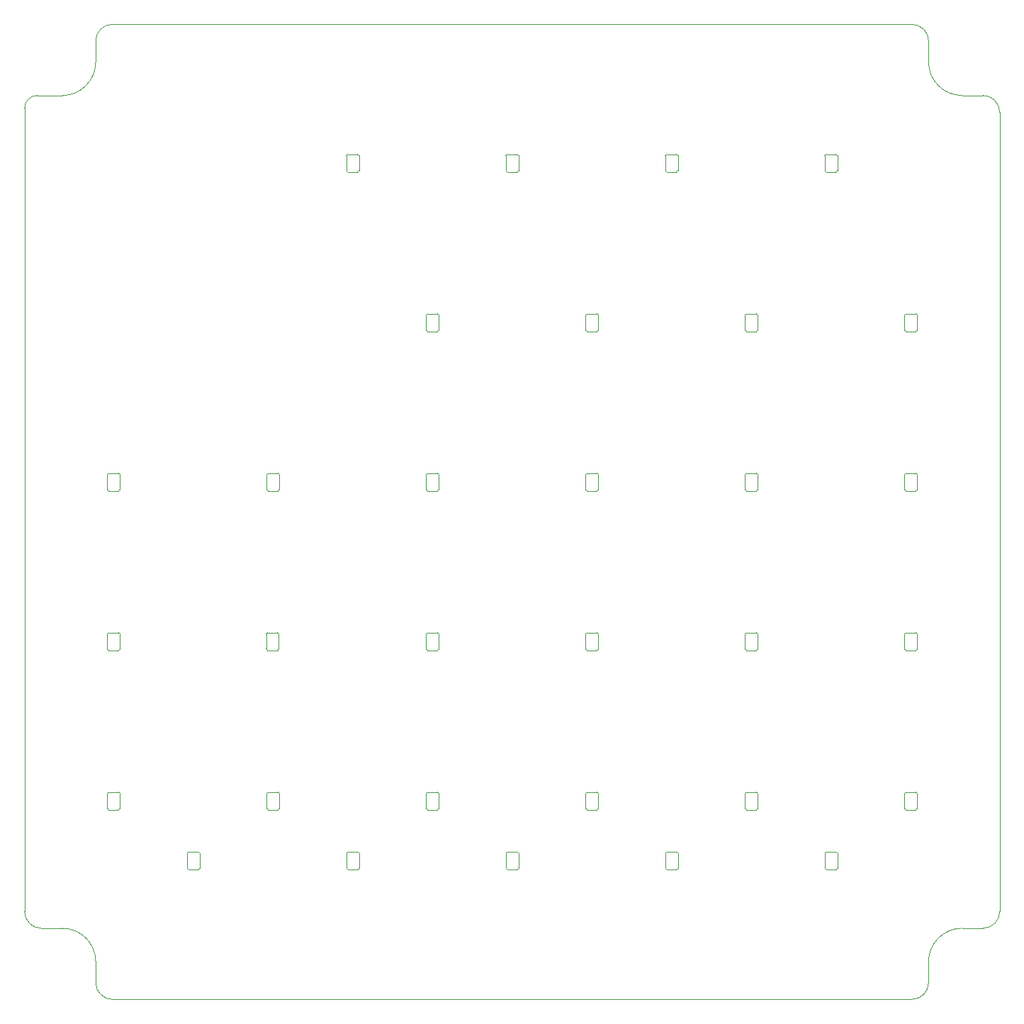
<source format=gbr>
%TF.GenerationSoftware,KiCad,Pcbnew,(5.1.9)-1*%
%TF.CreationDate,2021-05-21T21:09:54+09:00*%
%TF.ProjectId,yuiop31rs,7975696f-7033-4317-9273-2e6b69636164,1*%
%TF.SameCoordinates,Original*%
%TF.FileFunction,Profile,NP*%
%FSLAX46Y46*%
G04 Gerber Fmt 4.6, Leading zero omitted, Abs format (unit mm)*
G04 Created by KiCad (PCBNEW (5.1.9)-1) date 2021-05-21 21:09:54*
%MOMM*%
%LPD*%
G01*
G04 APERTURE LIST*
%TA.AperFunction,Profile*%
%ADD10C,0.050000*%
%TD*%
%TA.AperFunction,Profile*%
%ADD11C,0.120000*%
%TD*%
G04 APERTURE END LIST*
D10*
X197750000Y-41750000D02*
G75*
G02*
X199750000Y-43750000I0J-2000000D01*
G01*
X206250000Y-50250000D02*
G75*
G02*
X208250000Y-52250000I0J-2000000D01*
G01*
X208250000Y-147750000D02*
G75*
G02*
X206250000Y-149750000I-2000000J0D01*
G01*
X199750000Y-156250000D02*
G75*
G02*
X197750000Y-158250000I-2000000J0D01*
G01*
X102250000Y-158250000D02*
G75*
G02*
X100250000Y-156250000I0J2000000D01*
G01*
X93750000Y-149750000D02*
G75*
G02*
X91750000Y-147750000I0J2000000D01*
G01*
X91750000Y-51750000D02*
G75*
G02*
X93250000Y-50250000I1500000J0D01*
G01*
X100250000Y-43750000D02*
G75*
G02*
X102250000Y-41750000I2000000J0D01*
G01*
X96250000Y-149750000D02*
G75*
G02*
X100250000Y-153750000I0J-4000000D01*
G01*
X100250000Y-46250000D02*
G75*
G02*
X96250000Y-50250000I-4000000J0D01*
G01*
X203750000Y-50250000D02*
G75*
G02*
X199750000Y-46250000I0J4000000D01*
G01*
X199750000Y-153750000D02*
G75*
G02*
X203750000Y-149750000I4000000J0D01*
G01*
X199750000Y-46250000D02*
X199750000Y-43750000D01*
X206250000Y-50250000D02*
X203750000Y-50250000D01*
X199750000Y-153750000D02*
X199750000Y-156250000D01*
X206250000Y-149750000D02*
X203750000Y-149750000D01*
X100250000Y-153750000D02*
X100250000Y-156250000D01*
X93750000Y-149750000D02*
X96250000Y-149750000D01*
X96250000Y-50250000D02*
X93250000Y-50250000D01*
X100250000Y-43750000D02*
X100250000Y-46250000D01*
X91750000Y-147750000D02*
X91750000Y-51750000D01*
X197750000Y-158250000D02*
X102250000Y-158250000D01*
X208250000Y-52250000D02*
X208250000Y-147750000D01*
X102250000Y-41750000D02*
X197750000Y-41750000D01*
D11*
%TO.C,LED9*%
X102975000Y-97478100D02*
X101775000Y-97478100D01*
X101625000Y-97328100D02*
X101625000Y-95528100D01*
X101775000Y-95378100D02*
X102975000Y-95378100D01*
X103125000Y-95528100D02*
X103125000Y-97328100D01*
X101775000Y-97478100D02*
G75*
G02*
X101625000Y-97328100I0J150000D01*
G01*
X101625000Y-95528100D02*
G75*
G02*
X101775000Y-95378100I150000J0D01*
G01*
X102975000Y-95378100D02*
G75*
G02*
X103125000Y-95528100I0J-150000D01*
G01*
X103125000Y-97328100D02*
G75*
G02*
X102975000Y-97478100I-150000J0D01*
G01*
%TO.C,LED31*%
X111300000Y-140622000D02*
X112500000Y-140622000D01*
X112650000Y-140772000D02*
X112650000Y-142572000D01*
X112500000Y-142722000D02*
X111300000Y-142722000D01*
X111150000Y-142572000D02*
X111150000Y-140772000D01*
X112500000Y-140622000D02*
G75*
G02*
X112650000Y-140772000I0J-150000D01*
G01*
X112650000Y-142572000D02*
G75*
G02*
X112500000Y-142722000I-150000J0D01*
G01*
X111300000Y-142722000D02*
G75*
G02*
X111150000Y-142572000I0J150000D01*
G01*
X111150000Y-140772000D02*
G75*
G02*
X111300000Y-140622000I150000J0D01*
G01*
%TO.C,LED30*%
X130350000Y-140622000D02*
X131550000Y-140622000D01*
X131700000Y-140772000D02*
X131700000Y-142572000D01*
X131550000Y-142722000D02*
X130350000Y-142722000D01*
X130200000Y-142572000D02*
X130200000Y-140772000D01*
X131550000Y-140622000D02*
G75*
G02*
X131700000Y-140772000I0J-150000D01*
G01*
X131700000Y-142572000D02*
G75*
G02*
X131550000Y-142722000I-150000J0D01*
G01*
X130350000Y-142722000D02*
G75*
G02*
X130200000Y-142572000I0J150000D01*
G01*
X130200000Y-140772000D02*
G75*
G02*
X130350000Y-140622000I150000J0D01*
G01*
%TO.C,LED29*%
X149400000Y-140622000D02*
X150600000Y-140622000D01*
X150750000Y-140772000D02*
X150750000Y-142572000D01*
X150600000Y-142722000D02*
X149400000Y-142722000D01*
X149250000Y-142572000D02*
X149250000Y-140772000D01*
X150600000Y-140622000D02*
G75*
G02*
X150750000Y-140772000I0J-150000D01*
G01*
X150750000Y-142572000D02*
G75*
G02*
X150600000Y-142722000I-150000J0D01*
G01*
X149400000Y-142722000D02*
G75*
G02*
X149250000Y-142572000I0J150000D01*
G01*
X149250000Y-140772000D02*
G75*
G02*
X149400000Y-140622000I150000J0D01*
G01*
%TO.C,LED28*%
X168450000Y-140622000D02*
X169650000Y-140622000D01*
X169800000Y-140772000D02*
X169800000Y-142572000D01*
X169650000Y-142722000D02*
X168450000Y-142722000D01*
X168300000Y-142572000D02*
X168300000Y-140772000D01*
X169650000Y-140622000D02*
G75*
G02*
X169800000Y-140772000I0J-150000D01*
G01*
X169800000Y-142572000D02*
G75*
G02*
X169650000Y-142722000I-150000J0D01*
G01*
X168450000Y-142722000D02*
G75*
G02*
X168300000Y-142572000I0J150000D01*
G01*
X168300000Y-140772000D02*
G75*
G02*
X168450000Y-140622000I150000J0D01*
G01*
%TO.C,LED27*%
X187500000Y-140622000D02*
X188700000Y-140622000D01*
X188850000Y-140772000D02*
X188850000Y-142572000D01*
X188700000Y-142722000D02*
X187500000Y-142722000D01*
X187350000Y-142572000D02*
X187350000Y-140772000D01*
X188700000Y-140622000D02*
G75*
G02*
X188850000Y-140772000I0J-150000D01*
G01*
X188850000Y-142572000D02*
G75*
G02*
X188700000Y-142722000I-150000J0D01*
G01*
X187500000Y-142722000D02*
G75*
G02*
X187350000Y-142572000I0J150000D01*
G01*
X187350000Y-140772000D02*
G75*
G02*
X187500000Y-140622000I150000J0D01*
G01*
%TO.C,LED26*%
X198225000Y-135578000D02*
X197025000Y-135578000D01*
X196875000Y-135428000D02*
X196875000Y-133628000D01*
X197025000Y-133478000D02*
X198225000Y-133478000D01*
X198375000Y-133628000D02*
X198375000Y-135428000D01*
X197025000Y-135578000D02*
G75*
G02*
X196875000Y-135428000I0J150000D01*
G01*
X196875000Y-133628000D02*
G75*
G02*
X197025000Y-133478000I150000J0D01*
G01*
X198225000Y-133478000D02*
G75*
G02*
X198375000Y-133628000I0J-150000D01*
G01*
X198375000Y-135428000D02*
G75*
G02*
X198225000Y-135578000I-150000J0D01*
G01*
%TO.C,LED25*%
X179175000Y-135578000D02*
X177975000Y-135578000D01*
X177825000Y-135428000D02*
X177825000Y-133628000D01*
X177975000Y-133478000D02*
X179175000Y-133478000D01*
X179325000Y-133628000D02*
X179325000Y-135428000D01*
X177975000Y-135578000D02*
G75*
G02*
X177825000Y-135428000I0J150000D01*
G01*
X177825000Y-133628000D02*
G75*
G02*
X177975000Y-133478000I150000J0D01*
G01*
X179175000Y-133478000D02*
G75*
G02*
X179325000Y-133628000I0J-150000D01*
G01*
X179325000Y-135428000D02*
G75*
G02*
X179175000Y-135578000I-150000J0D01*
G01*
%TO.C,LED24*%
X160125000Y-135578000D02*
X158925000Y-135578000D01*
X158775000Y-135428000D02*
X158775000Y-133628000D01*
X158925000Y-133478000D02*
X160125000Y-133478000D01*
X160275000Y-133628000D02*
X160275000Y-135428000D01*
X158925000Y-135578000D02*
G75*
G02*
X158775000Y-135428000I0J150000D01*
G01*
X158775000Y-133628000D02*
G75*
G02*
X158925000Y-133478000I150000J0D01*
G01*
X160125000Y-133478000D02*
G75*
G02*
X160275000Y-133628000I0J-150000D01*
G01*
X160275000Y-135428000D02*
G75*
G02*
X160125000Y-135578000I-150000J0D01*
G01*
%TO.C,LED23*%
X141075000Y-135578000D02*
X139875000Y-135578000D01*
X139725000Y-135428000D02*
X139725000Y-133628000D01*
X139875000Y-133478000D02*
X141075000Y-133478000D01*
X141225000Y-133628000D02*
X141225000Y-135428000D01*
X139875000Y-135578000D02*
G75*
G02*
X139725000Y-135428000I0J150000D01*
G01*
X139725000Y-133628000D02*
G75*
G02*
X139875000Y-133478000I150000J0D01*
G01*
X141075000Y-133478000D02*
G75*
G02*
X141225000Y-133628000I0J-150000D01*
G01*
X141225000Y-135428000D02*
G75*
G02*
X141075000Y-135578000I-150000J0D01*
G01*
%TO.C,LED22*%
X122025000Y-135578000D02*
X120825000Y-135578000D01*
X120675000Y-135428000D02*
X120675000Y-133628000D01*
X120825000Y-133478000D02*
X122025000Y-133478000D01*
X122175000Y-133628000D02*
X122175000Y-135428000D01*
X120825000Y-135578000D02*
G75*
G02*
X120675000Y-135428000I0J150000D01*
G01*
X120675000Y-133628000D02*
G75*
G02*
X120825000Y-133478000I150000J0D01*
G01*
X122025000Y-133478000D02*
G75*
G02*
X122175000Y-133628000I0J-150000D01*
G01*
X122175000Y-135428000D02*
G75*
G02*
X122025000Y-135578000I-150000J0D01*
G01*
%TO.C,LED21*%
X102975000Y-135578000D02*
X101775000Y-135578000D01*
X101625000Y-135428000D02*
X101625000Y-133628000D01*
X101775000Y-133478000D02*
X102975000Y-133478000D01*
X103125000Y-133628000D02*
X103125000Y-135428000D01*
X101775000Y-135578000D02*
G75*
G02*
X101625000Y-135428000I0J150000D01*
G01*
X101625000Y-133628000D02*
G75*
G02*
X101775000Y-133478000I150000J0D01*
G01*
X102975000Y-133478000D02*
G75*
G02*
X103125000Y-133628000I0J-150000D01*
G01*
X103125000Y-135428000D02*
G75*
G02*
X102975000Y-135578000I-150000J0D01*
G01*
%TO.C,LED20*%
X101775000Y-114428000D02*
X102975000Y-114428000D01*
X103125000Y-114578000D02*
X103125000Y-116378000D01*
X102975000Y-116528000D02*
X101775000Y-116528000D01*
X101625000Y-116378000D02*
X101625000Y-114578000D01*
X102975000Y-114428000D02*
G75*
G02*
X103125000Y-114578000I0J-150000D01*
G01*
X103125000Y-116378000D02*
G75*
G02*
X102975000Y-116528000I-150000J0D01*
G01*
X101775000Y-116528000D02*
G75*
G02*
X101625000Y-116378000I0J150000D01*
G01*
X101625000Y-114578000D02*
G75*
G02*
X101775000Y-114428000I150000J0D01*
G01*
%TO.C,LED19*%
X120769000Y-114428000D02*
X121969000Y-114428000D01*
X122119000Y-114578000D02*
X122119000Y-116378000D01*
X121969000Y-116528000D02*
X120769000Y-116528000D01*
X120619000Y-116378000D02*
X120619000Y-114578000D01*
X121969000Y-114428000D02*
G75*
G02*
X122119000Y-114578000I0J-150000D01*
G01*
X122119000Y-116378000D02*
G75*
G02*
X121969000Y-116528000I-150000J0D01*
G01*
X120769000Y-116528000D02*
G75*
G02*
X120619000Y-116378000I0J150000D01*
G01*
X120619000Y-114578000D02*
G75*
G02*
X120769000Y-114428000I150000J0D01*
G01*
%TO.C,LED18*%
X139875000Y-114428000D02*
X141075000Y-114428000D01*
X141225000Y-114578000D02*
X141225000Y-116378000D01*
X141075000Y-116528000D02*
X139875000Y-116528000D01*
X139725000Y-116378000D02*
X139725000Y-114578000D01*
X141075000Y-114428000D02*
G75*
G02*
X141225000Y-114578000I0J-150000D01*
G01*
X141225000Y-116378000D02*
G75*
G02*
X141075000Y-116528000I-150000J0D01*
G01*
X139875000Y-116528000D02*
G75*
G02*
X139725000Y-116378000I0J150000D01*
G01*
X139725000Y-114578000D02*
G75*
G02*
X139875000Y-114428000I150000J0D01*
G01*
%TO.C,LED17*%
X158925000Y-114428000D02*
X160125000Y-114428000D01*
X160275000Y-114578000D02*
X160275000Y-116378000D01*
X160125000Y-116528000D02*
X158925000Y-116528000D01*
X158775000Y-116378000D02*
X158775000Y-114578000D01*
X160125000Y-114428000D02*
G75*
G02*
X160275000Y-114578000I0J-150000D01*
G01*
X160275000Y-116378000D02*
G75*
G02*
X160125000Y-116528000I-150000J0D01*
G01*
X158925000Y-116528000D02*
G75*
G02*
X158775000Y-116378000I0J150000D01*
G01*
X158775000Y-114578000D02*
G75*
G02*
X158925000Y-114428000I150000J0D01*
G01*
%TO.C,LED16*%
X177975000Y-114428000D02*
X179175000Y-114428000D01*
X179325000Y-114578000D02*
X179325000Y-116378000D01*
X179175000Y-116528000D02*
X177975000Y-116528000D01*
X177825000Y-116378000D02*
X177825000Y-114578000D01*
X179175000Y-114428000D02*
G75*
G02*
X179325000Y-114578000I0J-150000D01*
G01*
X179325000Y-116378000D02*
G75*
G02*
X179175000Y-116528000I-150000J0D01*
G01*
X177975000Y-116528000D02*
G75*
G02*
X177825000Y-116378000I0J150000D01*
G01*
X177825000Y-114578000D02*
G75*
G02*
X177975000Y-114428000I150000J0D01*
G01*
%TO.C,LED15*%
X197025000Y-114428000D02*
X198225000Y-114428000D01*
X198375000Y-114578000D02*
X198375000Y-116378000D01*
X198225000Y-116528000D02*
X197025000Y-116528000D01*
X196875000Y-116378000D02*
X196875000Y-114578000D01*
X198225000Y-114428000D02*
G75*
G02*
X198375000Y-114578000I0J-150000D01*
G01*
X198375000Y-116378000D02*
G75*
G02*
X198225000Y-116528000I-150000J0D01*
G01*
X197025000Y-116528000D02*
G75*
G02*
X196875000Y-116378000I0J150000D01*
G01*
X196875000Y-114578000D02*
G75*
G02*
X197025000Y-114428000I150000J0D01*
G01*
%TO.C,LED14*%
X198225000Y-97478100D02*
X197025000Y-97478100D01*
X196875000Y-97328100D02*
X196875000Y-95528100D01*
X197025000Y-95378100D02*
X198225000Y-95378100D01*
X198375000Y-95528100D02*
X198375000Y-97328100D01*
X197025000Y-97478100D02*
G75*
G02*
X196875000Y-97328100I0J150000D01*
G01*
X196875000Y-95528100D02*
G75*
G02*
X197025000Y-95378100I150000J0D01*
G01*
X198225000Y-95378100D02*
G75*
G02*
X198375000Y-95528100I0J-150000D01*
G01*
X198375000Y-97328100D02*
G75*
G02*
X198225000Y-97478100I-150000J0D01*
G01*
%TO.C,LED13*%
X179175000Y-97478100D02*
X177975000Y-97478100D01*
X177825000Y-97328100D02*
X177825000Y-95528100D01*
X177975000Y-95378100D02*
X179175000Y-95378100D01*
X179325000Y-95528100D02*
X179325000Y-97328100D01*
X177975000Y-97478100D02*
G75*
G02*
X177825000Y-97328100I0J150000D01*
G01*
X177825000Y-95528100D02*
G75*
G02*
X177975000Y-95378100I150000J0D01*
G01*
X179175000Y-95378100D02*
G75*
G02*
X179325000Y-95528100I0J-150000D01*
G01*
X179325000Y-97328100D02*
G75*
G02*
X179175000Y-97478100I-150000J0D01*
G01*
%TO.C,LED12*%
X160125000Y-97478100D02*
X158925000Y-97478100D01*
X158775000Y-97328100D02*
X158775000Y-95528100D01*
X158925000Y-95378100D02*
X160125000Y-95378100D01*
X160275000Y-95528100D02*
X160275000Y-97328100D01*
X158925000Y-97478100D02*
G75*
G02*
X158775000Y-97328100I0J150000D01*
G01*
X158775000Y-95528100D02*
G75*
G02*
X158925000Y-95378100I150000J0D01*
G01*
X160125000Y-95378100D02*
G75*
G02*
X160275000Y-95528100I0J-150000D01*
G01*
X160275000Y-97328100D02*
G75*
G02*
X160125000Y-97478100I-150000J0D01*
G01*
%TO.C,LED11*%
X141075000Y-97478100D02*
X139875000Y-97478100D01*
X139725000Y-97328100D02*
X139725000Y-95528100D01*
X139875000Y-95378100D02*
X141075000Y-95378100D01*
X141225000Y-95528100D02*
X141225000Y-97328100D01*
X139875000Y-97478100D02*
G75*
G02*
X139725000Y-97328100I0J150000D01*
G01*
X139725000Y-95528100D02*
G75*
G02*
X139875000Y-95378100I150000J0D01*
G01*
X141075000Y-95378100D02*
G75*
G02*
X141225000Y-95528100I0J-150000D01*
G01*
X141225000Y-97328100D02*
G75*
G02*
X141075000Y-97478100I-150000J0D01*
G01*
%TO.C,LED10*%
X122025000Y-97478100D02*
X120825000Y-97478100D01*
X120675000Y-97328100D02*
X120675000Y-95528100D01*
X120825000Y-95378100D02*
X122025000Y-95378100D01*
X122175000Y-95528100D02*
X122175000Y-97328100D01*
X120825000Y-97478100D02*
G75*
G02*
X120675000Y-97328100I0J150000D01*
G01*
X120675000Y-95528100D02*
G75*
G02*
X120825000Y-95378100I150000J0D01*
G01*
X122025000Y-95378100D02*
G75*
G02*
X122175000Y-95528100I0J-150000D01*
G01*
X122175000Y-97328100D02*
G75*
G02*
X122025000Y-97478100I-150000J0D01*
G01*
%TO.C,LED8*%
X139875000Y-76328000D02*
X141075000Y-76328000D01*
X141225000Y-76478000D02*
X141225000Y-78278000D01*
X141075000Y-78428000D02*
X139875000Y-78428000D01*
X139725000Y-78278000D02*
X139725000Y-76478000D01*
X141075000Y-76328000D02*
G75*
G02*
X141225000Y-76478000I0J-150000D01*
G01*
X141225000Y-78278000D02*
G75*
G02*
X141075000Y-78428000I-150000J0D01*
G01*
X139875000Y-78428000D02*
G75*
G02*
X139725000Y-78278000I0J150000D01*
G01*
X139725000Y-76478000D02*
G75*
G02*
X139875000Y-76328000I150000J0D01*
G01*
%TO.C,LED7*%
X158925000Y-76328000D02*
X160125000Y-76328000D01*
X160275000Y-76478000D02*
X160275000Y-78278000D01*
X160125000Y-78428000D02*
X158925000Y-78428000D01*
X158775000Y-78278000D02*
X158775000Y-76478000D01*
X160125000Y-76328000D02*
G75*
G02*
X160275000Y-76478000I0J-150000D01*
G01*
X160275000Y-78278000D02*
G75*
G02*
X160125000Y-78428000I-150000J0D01*
G01*
X158925000Y-78428000D02*
G75*
G02*
X158775000Y-78278000I0J150000D01*
G01*
X158775000Y-76478000D02*
G75*
G02*
X158925000Y-76328000I150000J0D01*
G01*
%TO.C,LED6*%
X177975000Y-76328000D02*
X179175000Y-76328000D01*
X179325000Y-76478000D02*
X179325000Y-78278000D01*
X179175000Y-78428000D02*
X177975000Y-78428000D01*
X177825000Y-78278000D02*
X177825000Y-76478000D01*
X179175000Y-76328000D02*
G75*
G02*
X179325000Y-76478000I0J-150000D01*
G01*
X179325000Y-78278000D02*
G75*
G02*
X179175000Y-78428000I-150000J0D01*
G01*
X177975000Y-78428000D02*
G75*
G02*
X177825000Y-78278000I0J150000D01*
G01*
X177825000Y-76478000D02*
G75*
G02*
X177975000Y-76328000I150000J0D01*
G01*
%TO.C,LED5*%
X197025000Y-76328000D02*
X198225000Y-76328000D01*
X198375000Y-76478000D02*
X198375000Y-78278000D01*
X198225000Y-78428000D02*
X197025000Y-78428000D01*
X196875000Y-78278000D02*
X196875000Y-76478000D01*
X198225000Y-76328000D02*
G75*
G02*
X198375000Y-76478000I0J-150000D01*
G01*
X198375000Y-78278000D02*
G75*
G02*
X198225000Y-78428000I-150000J0D01*
G01*
X197025000Y-78428000D02*
G75*
G02*
X196875000Y-78278000I0J150000D01*
G01*
X196875000Y-76478000D02*
G75*
G02*
X197025000Y-76328000I150000J0D01*
G01*
%TO.C,LED4*%
X188700000Y-59377900D02*
X187500000Y-59377900D01*
X187350000Y-59227900D02*
X187350000Y-57427900D01*
X187500000Y-57277900D02*
X188700000Y-57277900D01*
X188850000Y-57427900D02*
X188850000Y-59227900D01*
X187500000Y-59377900D02*
G75*
G02*
X187350000Y-59227900I0J150000D01*
G01*
X187350000Y-57427900D02*
G75*
G02*
X187500000Y-57277900I150000J0D01*
G01*
X188700000Y-57277900D02*
G75*
G02*
X188850000Y-57427900I0J-150000D01*
G01*
X188850000Y-59227900D02*
G75*
G02*
X188700000Y-59377900I-150000J0D01*
G01*
%TO.C,LED3*%
X169650000Y-59377900D02*
X168450000Y-59377900D01*
X168300000Y-59227900D02*
X168300000Y-57427900D01*
X168450000Y-57277900D02*
X169650000Y-57277900D01*
X169800000Y-57427900D02*
X169800000Y-59227900D01*
X168450000Y-59377900D02*
G75*
G02*
X168300000Y-59227900I0J150000D01*
G01*
X168300000Y-57427900D02*
G75*
G02*
X168450000Y-57277900I150000J0D01*
G01*
X169650000Y-57277900D02*
G75*
G02*
X169800000Y-57427900I0J-150000D01*
G01*
X169800000Y-59227900D02*
G75*
G02*
X169650000Y-59377900I-150000J0D01*
G01*
%TO.C,LED2*%
X150600000Y-59377900D02*
X149400000Y-59377900D01*
X149250000Y-59227900D02*
X149250000Y-57427900D01*
X149400000Y-57277900D02*
X150600000Y-57277900D01*
X150750000Y-57427900D02*
X150750000Y-59227900D01*
X149400000Y-59377900D02*
G75*
G02*
X149250000Y-59227900I0J150000D01*
G01*
X149250000Y-57427900D02*
G75*
G02*
X149400000Y-57277900I150000J0D01*
G01*
X150600000Y-57277900D02*
G75*
G02*
X150750000Y-57427900I0J-150000D01*
G01*
X150750000Y-59227900D02*
G75*
G02*
X150600000Y-59377900I-150000J0D01*
G01*
%TO.C,LED1*%
X131550000Y-59377900D02*
X130350000Y-59377900D01*
X130200000Y-59227900D02*
X130200000Y-57427900D01*
X130350000Y-57277900D02*
X131550000Y-57277900D01*
X131700000Y-57427900D02*
X131700000Y-59227900D01*
X130350000Y-59377900D02*
G75*
G02*
X130200000Y-59227900I0J150000D01*
G01*
X130200000Y-57427900D02*
G75*
G02*
X130350000Y-57277900I150000J0D01*
G01*
X131550000Y-57277900D02*
G75*
G02*
X131700000Y-57427900I0J-150000D01*
G01*
X131700000Y-59227900D02*
G75*
G02*
X131550000Y-59377900I-150000J0D01*
G01*
%TD*%
M02*

</source>
